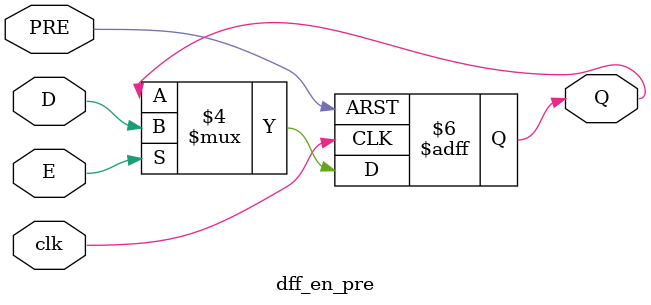
<source format=v>
module dff_en_pre(E, D, Q, clk, PRE);
input E,D,clk ,PRE;
output reg Q ;
always @(posedge clk or negedge PRE) begin
 	if (~PRE) 
 Q<= 1;
 else if (E==1)
 Q<=D;		
 
 end 
endmodule
</source>
